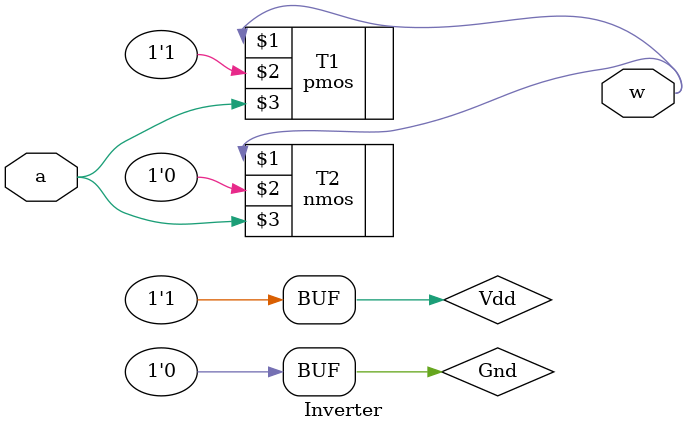
<source format=v>
`timescale 1ns/1ns
module Inverter(input a, output w);
    supply1 Vdd;
    supply0 Gnd;
    pmos #(5, 6, 7) T1(w, Vdd, a);
    nmos #(3, 4, 5) T2(w, Gnd, a);
endmodule
 
</source>
